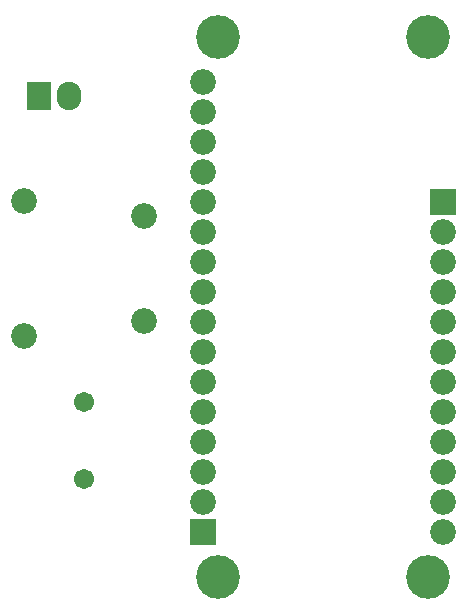
<source format=gbr>
G04 #@! TF.GenerationSoftware,KiCad,Pcbnew,(5.0.0)*
G04 #@! TF.CreationDate,2019-02-06T23:56:32-08:00*
G04 #@! TF.ProjectId,Tele(8)_PCB_v1,54656C652838295F5043425F76312E6B,rev?*
G04 #@! TF.SameCoordinates,Original*
G04 #@! TF.FileFunction,Soldermask,Bot*
G04 #@! TF.FilePolarity,Negative*
%FSLAX46Y46*%
G04 Gerber Fmt 4.6, Leading zero omitted, Abs format (unit mm)*
G04 Created by KiCad (PCBNEW (5.0.0)) date 02/06/19 23:56:32*
%MOMM*%
%LPD*%
G01*
G04 APERTURE LIST*
%ADD10C,2.178000*%
%ADD11R,2.178000X2.178000*%
%ADD12C,3.702000*%
%ADD13R,2.100000X2.400000*%
%ADD14O,2.100000X2.400000*%
%ADD15C,1.708000*%
G04 APERTURE END LIST*
D10*
G04 #@! TO.C,LR1*
X132004999Y-115645001D03*
X132004999Y-113105001D03*
X132004999Y-110565001D03*
X132004999Y-108025001D03*
X132004999Y-105485001D03*
X132004999Y-102945001D03*
X132004999Y-100405001D03*
X132004999Y-97865001D03*
X132004999Y-95325001D03*
X132004999Y-92785001D03*
D11*
X132004999Y-87705001D03*
D10*
X132004999Y-90245001D03*
D11*
X111684999Y-115645001D03*
D10*
X111684999Y-113105001D03*
X111684999Y-110565001D03*
X111684999Y-108025001D03*
X111684999Y-105485001D03*
X111684999Y-102945001D03*
X111684999Y-100405001D03*
X111684999Y-97865001D03*
X111684999Y-95325001D03*
X111684999Y-92785001D03*
X111684999Y-90245001D03*
X111684999Y-87705001D03*
X111684999Y-85165001D03*
X111684999Y-82625001D03*
X111684999Y-80085001D03*
X111684999Y-77545001D03*
D12*
X130734999Y-119455001D03*
X112954999Y-119455001D03*
X112954999Y-73735001D03*
X130734999Y-73735001D03*
G04 #@! TD*
D13*
G04 #@! TO.C,J1*
X97790000Y-78740000D03*
D14*
X100290000Y-78740000D03*
G04 #@! TD*
D15*
G04 #@! TO.C,LS1*
X101600000Y-104700000D03*
X101600000Y-111200000D03*
G04 #@! TD*
D10*
G04 #@! TO.C,SigIn*
X106680000Y-88900000D03*
G04 #@! TD*
G04 #@! TO.C,exGnd*
X96520000Y-87630000D03*
G04 #@! TD*
G04 #@! TO.C,sigIn*
X106680000Y-97790000D03*
G04 #@! TD*
G04 #@! TO.C,exGnd*
X96520000Y-99060000D03*
G04 #@! TD*
M02*

</source>
